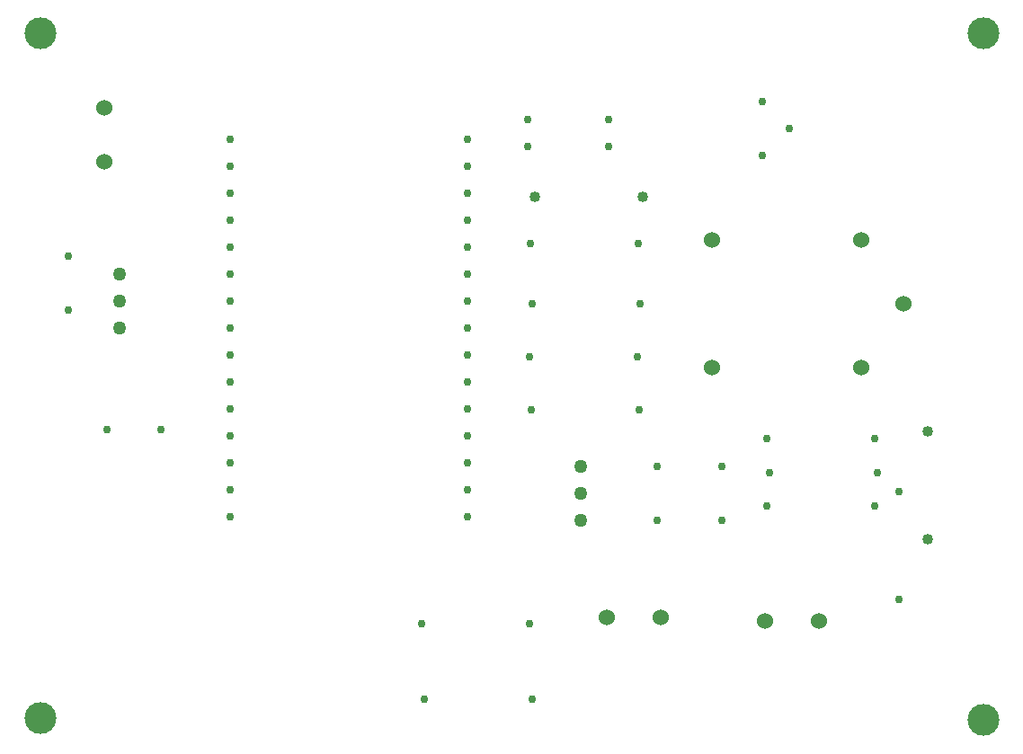
<source format=gbr>
G04 PROTEUS GERBER X2 FILE*
%TF.GenerationSoftware,Labcenter,Proteus,8.6-SP2-Build23525*%
%TF.CreationDate,2019-07-05T07:02:46+00:00*%
%TF.FileFunction,Plated,0,2,PTH*%
%TF.FilePolarity,Positive*%
%TF.Part,Single*%
%FSLAX45Y45*%
%MOMM*%
G01*
%TA.AperFunction,ComponentDrill*%
%ADD19C,1.524000*%
%TA.AperFunction,ComponentDrill*%
%ADD70C,0.762000*%
%TA.AperFunction,ComponentDrill*%
%ADD71C,1.016000*%
%TA.AperFunction,ComponentDrill*%
%ADD20C,1.270000*%
%TA.AperFunction,OtherDrill,Unknown*%
%ADD21C,3.000000*%
%TD.AperFunction*%
D19*
X-13880000Y+8370000D03*
X-13880000Y+7862000D03*
D70*
X-12690000Y+8070000D03*
X-12690000Y+7816000D03*
X-12690000Y+7562000D03*
X-12690000Y+7308000D03*
X-12690000Y+7054000D03*
X-12690000Y+6800000D03*
X-12690000Y+6546000D03*
X-12690000Y+6292000D03*
X-12690000Y+6038000D03*
X-12690000Y+5784000D03*
X-12690000Y+5530000D03*
X-12690000Y+5276000D03*
X-12690000Y+5022000D03*
X-12690000Y+4768000D03*
X-12690000Y+4514000D03*
X-10460000Y+4514000D03*
X-10460000Y+4768000D03*
X-10460000Y+5022000D03*
X-10460000Y+5276000D03*
X-10460000Y+5530000D03*
X-10460000Y+5784000D03*
X-10460000Y+6038000D03*
X-10460000Y+6292000D03*
X-10460000Y+6546000D03*
X-10460000Y+6800000D03*
X-10460000Y+7054000D03*
X-10460000Y+7308000D03*
X-10460000Y+7562000D03*
X-10460000Y+7816000D03*
X-10460000Y+8070000D03*
X-9890000Y+8260000D03*
X-9890000Y+8006000D03*
X-9128000Y+8006000D03*
X-9128000Y+8260000D03*
X-9862000Y+7090000D03*
X-8846000Y+7090000D03*
X-9846000Y+6520000D03*
X-8830000Y+6520000D03*
X-7684000Y+7916000D03*
X-7430000Y+8170000D03*
X-7684000Y+8424000D03*
D71*
X-8806000Y+7530000D03*
X-9822000Y+7530000D03*
D70*
X-8860000Y+6020000D03*
X-9876000Y+6020000D03*
X-9856000Y+5520000D03*
X-8840000Y+5520000D03*
D19*
X-6750000Y+5920000D03*
X-6750000Y+7120000D03*
X-6350000Y+6520000D03*
X-8150000Y+7120000D03*
X-8150000Y+5920000D03*
X-7150000Y+3530000D03*
X-7658000Y+3530000D03*
D20*
X-13730000Y+6804000D03*
X-13730000Y+6550000D03*
X-13730000Y+6296000D03*
D70*
X-14220000Y+6462000D03*
X-14220000Y+6970000D03*
X-13340000Y+5340000D03*
X-13848000Y+5340000D03*
D19*
X-8640000Y+3570000D03*
X-9148000Y+3570000D03*
D20*
X-9390000Y+4486000D03*
X-9390000Y+4740000D03*
X-9390000Y+4994000D03*
D70*
X-8670000Y+4480000D03*
X-8670000Y+4988000D03*
X-8060000Y+4482000D03*
X-8060000Y+4990000D03*
X-6600000Y+4930000D03*
X-7616000Y+4930000D03*
X-6620000Y+4620000D03*
X-7636000Y+4620000D03*
X-10886000Y+3510000D03*
X-9870000Y+3510000D03*
X-10860000Y+2800000D03*
X-9844000Y+2800000D03*
D21*
X-14480000Y+2620000D03*
X-5600000Y+2600000D03*
X-5600000Y+9070000D03*
X-14480000Y+9070000D03*
D70*
X-6390000Y+4756000D03*
X-6390000Y+3740000D03*
D71*
X-6120000Y+4304000D03*
X-6120000Y+5320000D03*
D70*
X-7640000Y+5250000D03*
X-6624000Y+5250000D03*
M02*

</source>
